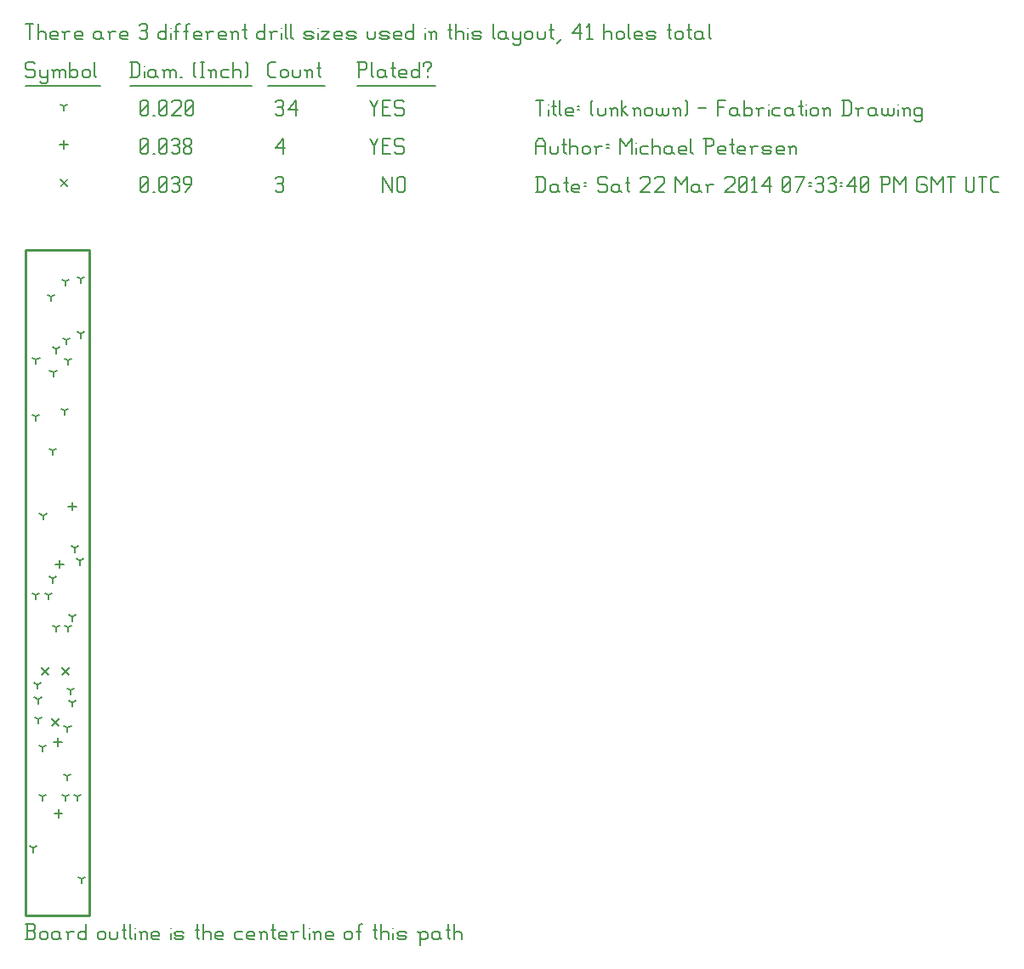
<source format=gbr>
G04 start of page 15 for group -3984 idx -3984 *
G04 Title: (unknown), fab *
G04 Creator: pcb 20110918 *
G04 CreationDate: Sat 22 Mar 2014 07:33:40 PM GMT UTC *
G04 For: railfan *
G04 Format: Gerber/RS-274X *
G04 PCB-Dimensions: 25000 261000 *
G04 PCB-Coordinate-Origin: lower left *
%MOIN*%
%FSLAX25Y25*%
%LNFAB*%
%ADD80C,0.0100*%
%ADD79C,0.0075*%
%ADD78C,0.0060*%
%ADD77C,0.0001*%
G54D77*G36*
X10421Y77408D02*X13387Y74442D01*
X12821Y73876D01*
X9855Y76842D01*
X10421Y77408D01*
G37*
G36*
X9855Y74442D02*X12821Y77408D01*
X13387Y76842D01*
X10421Y73876D01*
X9855Y74442D01*
G37*
G36*
X6421Y97408D02*X9387Y94442D01*
X8821Y93876D01*
X5855Y96842D01*
X6421Y97408D01*
G37*
G36*
X5855Y94442D02*X8821Y97408D01*
X9387Y96842D01*
X6421Y93876D01*
X5855Y94442D01*
G37*
G36*
X14421Y97408D02*X17387Y94442D01*
X16821Y93876D01*
X13855Y96842D01*
X14421Y97408D01*
G37*
G36*
X13855Y94442D02*X16821Y97408D01*
X17387Y96842D01*
X14421Y93876D01*
X13855Y94442D01*
G37*
G36*
X13800Y289016D02*X16766Y286050D01*
X16200Y285484D01*
X13234Y288450D01*
X13800Y289016D01*
G37*
G36*
X13234Y286050D02*X16200Y289016D01*
X16766Y288450D01*
X13800Y285484D01*
X13234Y286050D01*
G37*
G54D78*X140000Y289500D02*Y283500D01*
Y289500D02*X143750Y283500D01*
Y289500D02*Y283500D01*
X145550Y288750D02*Y284250D01*
Y288750D02*X146300Y289500D01*
X147800D01*
X148550Y288750D01*
Y284250D01*
X147800Y283500D02*X148550Y284250D01*
X146300Y283500D02*X147800D01*
X145550Y284250D02*X146300Y283500D01*
X98000Y288750D02*X98750Y289500D01*
X100250D01*
X101000Y288750D01*
X100250Y283500D02*X101000Y284250D01*
X98750Y283500D02*X100250D01*
X98000Y284250D02*X98750Y283500D01*
Y286800D02*X100250D01*
X101000Y288750D02*Y287550D01*
Y286050D02*Y284250D01*
Y286050D02*X100250Y286800D01*
X101000Y287550D02*X100250Y286800D01*
X45000Y284250D02*X45750Y283500D01*
X45000Y288750D02*Y284250D01*
Y288750D02*X45750Y289500D01*
X47250D01*
X48000Y288750D01*
Y284250D01*
X47250Y283500D02*X48000Y284250D01*
X45750Y283500D02*X47250D01*
X45000Y285000D02*X48000Y288000D01*
X49800Y283500D02*X50550D01*
X52350Y284250D02*X53100Y283500D01*
X52350Y288750D02*Y284250D01*
Y288750D02*X53100Y289500D01*
X54600D01*
X55350Y288750D01*
Y284250D01*
X54600Y283500D02*X55350Y284250D01*
X53100Y283500D02*X54600D01*
X52350Y285000D02*X55350Y288000D01*
X57150Y288750D02*X57900Y289500D01*
X59400D01*
X60150Y288750D01*
X59400Y283500D02*X60150Y284250D01*
X57900Y283500D02*X59400D01*
X57150Y284250D02*X57900Y283500D01*
Y286800D02*X59400D01*
X60150Y288750D02*Y287550D01*
Y286050D02*Y284250D01*
Y286050D02*X59400Y286800D01*
X60150Y287550D02*X59400Y286800D01*
X62700Y283500D02*X64950Y286500D01*
Y288750D02*Y286500D01*
X64200Y289500D02*X64950Y288750D01*
X62700Y289500D02*X64200D01*
X61950Y288750D02*X62700Y289500D01*
X61950Y288750D02*Y287250D01*
X62700Y286500D01*
X64950D01*
X18200Y162000D02*Y158800D01*
X16600Y160400D02*X19800D01*
X12700Y69500D02*Y66300D01*
X11100Y67900D02*X14300D01*
X13200Y139300D02*Y136100D01*
X11600Y137700D02*X14800D01*
X12800Y41600D02*Y38400D01*
X11200Y40000D02*X14400D01*
X15000Y303850D02*Y300650D01*
X13400Y302250D02*X16600D01*
X135000Y304500D02*X136500Y301500D01*
X138000Y304500D01*
X136500Y301500D02*Y298500D01*
X139800Y301800D02*X142050D01*
X139800Y298500D02*X142800D01*
X139800Y304500D02*Y298500D01*
Y304500D02*X142800D01*
X147600D02*X148350Y303750D01*
X145350Y304500D02*X147600D01*
X144600Y303750D02*X145350Y304500D01*
X144600Y303750D02*Y302250D01*
X145350Y301500D01*
X147600D01*
X148350Y300750D01*
Y299250D01*
X147600Y298500D02*X148350Y299250D01*
X145350Y298500D02*X147600D01*
X144600Y299250D02*X145350Y298500D01*
X98000Y300750D02*X101000Y304500D01*
X98000Y300750D02*X101750D01*
X101000Y304500D02*Y298500D01*
X45000Y299250D02*X45750Y298500D01*
X45000Y303750D02*Y299250D01*
Y303750D02*X45750Y304500D01*
X47250D01*
X48000Y303750D01*
Y299250D01*
X47250Y298500D02*X48000Y299250D01*
X45750Y298500D02*X47250D01*
X45000Y300000D02*X48000Y303000D01*
X49800Y298500D02*X50550D01*
X52350Y299250D02*X53100Y298500D01*
X52350Y303750D02*Y299250D01*
Y303750D02*X53100Y304500D01*
X54600D01*
X55350Y303750D01*
Y299250D01*
X54600Y298500D02*X55350Y299250D01*
X53100Y298500D02*X54600D01*
X52350Y300000D02*X55350Y303000D01*
X57150Y303750D02*X57900Y304500D01*
X59400D01*
X60150Y303750D01*
X59400Y298500D02*X60150Y299250D01*
X57900Y298500D02*X59400D01*
X57150Y299250D02*X57900Y298500D01*
Y301800D02*X59400D01*
X60150Y303750D02*Y302550D01*
Y301050D02*Y299250D01*
Y301050D02*X59400Y301800D01*
X60150Y302550D02*X59400Y301800D01*
X61950Y299250D02*X62700Y298500D01*
X61950Y300450D02*Y299250D01*
Y300450D02*X63000Y301500D01*
X63900D01*
X64950Y300450D01*
Y299250D01*
X64200Y298500D02*X64950Y299250D01*
X62700Y298500D02*X64200D01*
X61950Y302550D02*X63000Y301500D01*
X61950Y303750D02*Y302550D01*
Y303750D02*X62700Y304500D01*
X64200D01*
X64950Y303750D01*
Y302550D01*
X63900Y301500D02*X64950Y302550D01*
X4100Y217800D02*Y216200D01*
Y217800D02*X5487Y218600D01*
X4100Y217800D02*X2713Y218600D01*
X10800Y212800D02*Y211200D01*
Y212800D02*X12187Y213600D01*
X10800Y212800D02*X9413Y213600D01*
X4000Y195600D02*Y194000D01*
Y195600D02*X5387Y196400D01*
X4000Y195600D02*X2613Y196400D01*
X15300Y197800D02*Y196200D01*
Y197800D02*X16687Y198600D01*
X15300Y197800D02*X13913Y198600D01*
X16600Y217500D02*Y215900D01*
Y217500D02*X17987Y218300D01*
X16600Y217500D02*X15213Y218300D01*
X10700Y182100D02*Y180500D01*
Y182100D02*X12087Y182900D01*
X10700Y182100D02*X9313Y182900D01*
X6800Y156700D02*Y155100D01*
Y156700D02*X8187Y157500D01*
X6800Y156700D02*X5413Y157500D01*
X17621Y88242D02*Y86642D01*
Y88242D02*X19008Y89042D01*
X17621Y88242D02*X16234Y89042D01*
X4821Y84642D02*Y83042D01*
Y84642D02*X6208Y85442D01*
X4821Y84642D02*X3434Y85442D01*
X4921Y76842D02*Y75242D01*
Y76842D02*X6308Y77642D01*
X4921Y76842D02*X3534Y77642D01*
X4621Y90342D02*Y88742D01*
Y90342D02*X6008Y91142D01*
X4621Y90342D02*X3234Y91142D01*
X11921Y112842D02*Y111242D01*
Y112842D02*X13308Y113642D01*
X11921Y112842D02*X10534Y113642D01*
X9000Y125500D02*Y123900D01*
Y125500D02*X10387Y126300D01*
X9000Y125500D02*X7613Y126300D01*
X6500Y65900D02*Y64300D01*
Y65900D02*X7887Y66700D01*
X6500Y65900D02*X5113Y66700D01*
X20200Y46500D02*Y44900D01*
Y46500D02*X21587Y47300D01*
X20200Y46500D02*X18813Y47300D01*
X18300Y83400D02*Y81800D01*
Y83400D02*X19687Y84200D01*
X18300Y83400D02*X16913Y84200D01*
X16400Y73600D02*Y72000D01*
Y73600D02*X17787Y74400D01*
X16400Y73600D02*X15013Y74400D01*
X16245Y54402D02*Y52802D01*
Y54402D02*X17632Y55202D01*
X16245Y54402D02*X14858Y55202D01*
X6500Y46600D02*Y45000D01*
Y46600D02*X7887Y47400D01*
X6500Y46600D02*X5113Y47400D01*
X2900Y26300D02*Y24700D01*
Y26300D02*X4287Y27100D01*
X2900Y26300D02*X1513Y27100D01*
X15700Y46600D02*Y45000D01*
Y46600D02*X17087Y47400D01*
X15700Y46600D02*X14313Y47400D01*
X22000Y14100D02*Y12500D01*
Y14100D02*X23387Y14900D01*
X22000Y14100D02*X20613Y14900D01*
X10600Y132000D02*Y130400D01*
Y132000D02*X11987Y132800D01*
X10600Y132000D02*X9213Y132800D01*
X19300Y144000D02*Y142400D01*
Y144000D02*X20687Y144800D01*
X19300Y144000D02*X17913Y144800D01*
X21300Y139000D02*Y137400D01*
Y139000D02*X22687Y139800D01*
X21300Y139000D02*X19913Y139800D01*
X16521Y112842D02*Y111242D01*
Y112842D02*X17908Y113642D01*
X16521Y112842D02*X15134Y113642D01*
X18300Y117000D02*Y115400D01*
Y117000D02*X19687Y117800D01*
X18300Y117000D02*X16913Y117800D01*
X10000Y242500D02*Y240900D01*
Y242500D02*X11387Y243300D01*
X10000Y242500D02*X8613Y243300D01*
X15500Y248500D02*Y246900D01*
Y248500D02*X16887Y249300D01*
X15500Y248500D02*X14113Y249300D01*
X21500Y249500D02*Y247900D01*
Y249500D02*X22887Y250300D01*
X21500Y249500D02*X20113Y250300D01*
X4000Y125500D02*Y123900D01*
Y125500D02*X5387Y126300D01*
X4000Y125500D02*X2613Y126300D01*
X12000Y222000D02*Y220400D01*
Y222000D02*X13387Y222800D01*
X12000Y222000D02*X10613Y222800D01*
X16000Y225500D02*Y223900D01*
Y225500D02*X17387Y226300D01*
X16000Y225500D02*X14613Y226300D01*
X21500Y228000D02*Y226400D01*
Y228000D02*X22887Y228800D01*
X21500Y228000D02*X20113Y228800D01*
X15000Y317250D02*Y315650D01*
Y317250D02*X16387Y318050D01*
X15000Y317250D02*X13613Y318050D01*
X135000Y319500D02*X136500Y316500D01*
X138000Y319500D01*
X136500Y316500D02*Y313500D01*
X139800Y316800D02*X142050D01*
X139800Y313500D02*X142800D01*
X139800Y319500D02*Y313500D01*
Y319500D02*X142800D01*
X147600D02*X148350Y318750D01*
X145350Y319500D02*X147600D01*
X144600Y318750D02*X145350Y319500D01*
X144600Y318750D02*Y317250D01*
X145350Y316500D01*
X147600D01*
X148350Y315750D01*
Y314250D01*
X147600Y313500D02*X148350Y314250D01*
X145350Y313500D02*X147600D01*
X144600Y314250D02*X145350Y313500D01*
X98000Y318750D02*X98750Y319500D01*
X100250D01*
X101000Y318750D01*
X100250Y313500D02*X101000Y314250D01*
X98750Y313500D02*X100250D01*
X98000Y314250D02*X98750Y313500D01*
Y316800D02*X100250D01*
X101000Y318750D02*Y317550D01*
Y316050D02*Y314250D01*
Y316050D02*X100250Y316800D01*
X101000Y317550D02*X100250Y316800D01*
X102800Y315750D02*X105800Y319500D01*
X102800Y315750D02*X106550D01*
X105800Y319500D02*Y313500D01*
X45000Y314250D02*X45750Y313500D01*
X45000Y318750D02*Y314250D01*
Y318750D02*X45750Y319500D01*
X47250D01*
X48000Y318750D01*
Y314250D01*
X47250Y313500D02*X48000Y314250D01*
X45750Y313500D02*X47250D01*
X45000Y315000D02*X48000Y318000D01*
X49800Y313500D02*X50550D01*
X52350Y314250D02*X53100Y313500D01*
X52350Y318750D02*Y314250D01*
Y318750D02*X53100Y319500D01*
X54600D01*
X55350Y318750D01*
Y314250D01*
X54600Y313500D02*X55350Y314250D01*
X53100Y313500D02*X54600D01*
X52350Y315000D02*X55350Y318000D01*
X57150Y318750D02*X57900Y319500D01*
X60150D01*
X60900Y318750D01*
Y317250D01*
X57150Y313500D02*X60900Y317250D01*
X57150Y313500D02*X60900D01*
X62700Y314250D02*X63450Y313500D01*
X62700Y318750D02*Y314250D01*
Y318750D02*X63450Y319500D01*
X64950D01*
X65700Y318750D01*
Y314250D01*
X64950Y313500D02*X65700Y314250D01*
X63450Y313500D02*X64950D01*
X62700Y315000D02*X65700Y318000D01*
X3000Y334500D02*X3750Y333750D01*
X750Y334500D02*X3000D01*
X0Y333750D02*X750Y334500D01*
X0Y333750D02*Y332250D01*
X750Y331500D01*
X3000D01*
X3750Y330750D01*
Y329250D01*
X3000Y328500D02*X3750Y329250D01*
X750Y328500D02*X3000D01*
X0Y329250D02*X750Y328500D01*
X5550Y331500D02*Y329250D01*
X6300Y328500D01*
X8550Y331500D02*Y327000D01*
X7800Y326250D02*X8550Y327000D01*
X6300Y326250D02*X7800D01*
X5550Y327000D02*X6300Y326250D01*
Y328500D02*X7800D01*
X8550Y329250D01*
X11100Y330750D02*Y328500D01*
Y330750D02*X11850Y331500D01*
X12600D01*
X13350Y330750D01*
Y328500D01*
Y330750D02*X14100Y331500D01*
X14850D01*
X15600Y330750D01*
Y328500D01*
X10350Y331500D02*X11100Y330750D01*
X17400Y334500D02*Y328500D01*
Y329250D02*X18150Y328500D01*
X19650D01*
X20400Y329250D01*
Y330750D02*Y329250D01*
X19650Y331500D02*X20400Y330750D01*
X18150Y331500D02*X19650D01*
X17400Y330750D02*X18150Y331500D01*
X22200Y330750D02*Y329250D01*
Y330750D02*X22950Y331500D01*
X24450D01*
X25200Y330750D01*
Y329250D01*
X24450Y328500D02*X25200Y329250D01*
X22950Y328500D02*X24450D01*
X22200Y329250D02*X22950Y328500D01*
X27000Y334500D02*Y329250D01*
X27750Y328500D01*
X0Y325250D02*X29250D01*
X41750Y334500D02*Y328500D01*
X43700Y334500D02*X44750Y333450D01*
Y329550D01*
X43700Y328500D02*X44750Y329550D01*
X41000Y328500D02*X43700D01*
X41000Y334500D02*X43700D01*
G54D79*X46550Y333000D02*Y332850D01*
G54D78*Y330750D02*Y328500D01*
X50300Y331500D02*X51050Y330750D01*
X48800Y331500D02*X50300D01*
X48050Y330750D02*X48800Y331500D01*
X48050Y330750D02*Y329250D01*
X48800Y328500D01*
X51050Y331500D02*Y329250D01*
X51800Y328500D01*
X48800D02*X50300D01*
X51050Y329250D01*
X54350Y330750D02*Y328500D01*
Y330750D02*X55100Y331500D01*
X55850D01*
X56600Y330750D01*
Y328500D01*
Y330750D02*X57350Y331500D01*
X58100D01*
X58850Y330750D01*
Y328500D01*
X53600Y331500D02*X54350Y330750D01*
X60650Y328500D02*X61400D01*
X65900Y329250D02*X66650Y328500D01*
X65900Y333750D02*X66650Y334500D01*
X65900Y333750D02*Y329250D01*
X68450Y334500D02*X69950D01*
X69200D02*Y328500D01*
X68450D02*X69950D01*
X72500Y330750D02*Y328500D01*
Y330750D02*X73250Y331500D01*
X74000D01*
X74750Y330750D01*
Y328500D01*
X71750Y331500D02*X72500Y330750D01*
X77300Y331500D02*X79550D01*
X76550Y330750D02*X77300Y331500D01*
X76550Y330750D02*Y329250D01*
X77300Y328500D01*
X79550D01*
X81350Y334500D02*Y328500D01*
Y330750D02*X82100Y331500D01*
X83600D01*
X84350Y330750D01*
Y328500D01*
X86150Y334500D02*X86900Y333750D01*
Y329250D01*
X86150Y328500D02*X86900Y329250D01*
X41000Y325250D02*X88700D01*
X96050Y328500D02*X98000D01*
X95000Y329550D02*X96050Y328500D01*
X95000Y333450D02*Y329550D01*
Y333450D02*X96050Y334500D01*
X98000D01*
X99800Y330750D02*Y329250D01*
Y330750D02*X100550Y331500D01*
X102050D01*
X102800Y330750D01*
Y329250D01*
X102050Y328500D02*X102800Y329250D01*
X100550Y328500D02*X102050D01*
X99800Y329250D02*X100550Y328500D01*
X104600Y331500D02*Y329250D01*
X105350Y328500D01*
X106850D01*
X107600Y329250D01*
Y331500D02*Y329250D01*
X110150Y330750D02*Y328500D01*
Y330750D02*X110900Y331500D01*
X111650D01*
X112400Y330750D01*
Y328500D01*
X109400Y331500D02*X110150Y330750D01*
X114950Y334500D02*Y329250D01*
X115700Y328500D01*
X114200Y332250D02*X115700D01*
X95000Y325250D02*X117200D01*
X130750Y334500D02*Y328500D01*
X130000Y334500D02*X133000D01*
X133750Y333750D01*
Y332250D01*
X133000Y331500D02*X133750Y332250D01*
X130750Y331500D02*X133000D01*
X135550Y334500D02*Y329250D01*
X136300Y328500D01*
X140050Y331500D02*X140800Y330750D01*
X138550Y331500D02*X140050D01*
X137800Y330750D02*X138550Y331500D01*
X137800Y330750D02*Y329250D01*
X138550Y328500D01*
X140800Y331500D02*Y329250D01*
X141550Y328500D01*
X138550D02*X140050D01*
X140800Y329250D01*
X144100Y334500D02*Y329250D01*
X144850Y328500D01*
X143350Y332250D02*X144850D01*
X147100Y328500D02*X149350D01*
X146350Y329250D02*X147100Y328500D01*
X146350Y330750D02*Y329250D01*
Y330750D02*X147100Y331500D01*
X148600D01*
X149350Y330750D01*
X146350Y330000D02*X149350D01*
Y330750D02*Y330000D01*
X154150Y334500D02*Y328500D01*
X153400D02*X154150Y329250D01*
X151900Y328500D02*X153400D01*
X151150Y329250D02*X151900Y328500D01*
X151150Y330750D02*Y329250D01*
Y330750D02*X151900Y331500D01*
X153400D01*
X154150Y330750D01*
X157450Y331500D02*Y330750D01*
Y329250D02*Y328500D01*
X155950Y333750D02*Y333000D01*
Y333750D02*X156700Y334500D01*
X158200D01*
X158950Y333750D01*
Y333000D01*
X157450Y331500D02*X158950Y333000D01*
X130000Y325250D02*X160750D01*
X0Y349500D02*X3000D01*
X1500D02*Y343500D01*
X4800Y349500D02*Y343500D01*
Y345750D02*X5550Y346500D01*
X7050D01*
X7800Y345750D01*
Y343500D01*
X10350D02*X12600D01*
X9600Y344250D02*X10350Y343500D01*
X9600Y345750D02*Y344250D01*
Y345750D02*X10350Y346500D01*
X11850D01*
X12600Y345750D01*
X9600Y345000D02*X12600D01*
Y345750D02*Y345000D01*
X15150Y345750D02*Y343500D01*
Y345750D02*X15900Y346500D01*
X17400D01*
X14400D02*X15150Y345750D01*
X19950Y343500D02*X22200D01*
X19200Y344250D02*X19950Y343500D01*
X19200Y345750D02*Y344250D01*
Y345750D02*X19950Y346500D01*
X21450D01*
X22200Y345750D01*
X19200Y345000D02*X22200D01*
Y345750D02*Y345000D01*
X28950Y346500D02*X29700Y345750D01*
X27450Y346500D02*X28950D01*
X26700Y345750D02*X27450Y346500D01*
X26700Y345750D02*Y344250D01*
X27450Y343500D01*
X29700Y346500D02*Y344250D01*
X30450Y343500D01*
X27450D02*X28950D01*
X29700Y344250D01*
X33000Y345750D02*Y343500D01*
Y345750D02*X33750Y346500D01*
X35250D01*
X32250D02*X33000Y345750D01*
X37800Y343500D02*X40050D01*
X37050Y344250D02*X37800Y343500D01*
X37050Y345750D02*Y344250D01*
Y345750D02*X37800Y346500D01*
X39300D01*
X40050Y345750D01*
X37050Y345000D02*X40050D01*
Y345750D02*Y345000D01*
X44550Y348750D02*X45300Y349500D01*
X46800D01*
X47550Y348750D01*
X46800Y343500D02*X47550Y344250D01*
X45300Y343500D02*X46800D01*
X44550Y344250D02*X45300Y343500D01*
Y346800D02*X46800D01*
X47550Y348750D02*Y347550D01*
Y346050D02*Y344250D01*
Y346050D02*X46800Y346800D01*
X47550Y347550D02*X46800Y346800D01*
X55050Y349500D02*Y343500D01*
X54300D02*X55050Y344250D01*
X52800Y343500D02*X54300D01*
X52050Y344250D02*X52800Y343500D01*
X52050Y345750D02*Y344250D01*
Y345750D02*X52800Y346500D01*
X54300D01*
X55050Y345750D01*
G54D79*X56850Y348000D02*Y347850D01*
G54D78*Y345750D02*Y343500D01*
X59100Y348750D02*Y343500D01*
Y348750D02*X59850Y349500D01*
X60600D01*
X58350Y346500D02*X59850D01*
X62850Y348750D02*Y343500D01*
Y348750D02*X63600Y349500D01*
X64350D01*
X62100Y346500D02*X63600D01*
X66600Y343500D02*X68850D01*
X65850Y344250D02*X66600Y343500D01*
X65850Y345750D02*Y344250D01*
Y345750D02*X66600Y346500D01*
X68100D01*
X68850Y345750D01*
X65850Y345000D02*X68850D01*
Y345750D02*Y345000D01*
X71400Y345750D02*Y343500D01*
Y345750D02*X72150Y346500D01*
X73650D01*
X70650D02*X71400Y345750D01*
X76200Y343500D02*X78450D01*
X75450Y344250D02*X76200Y343500D01*
X75450Y345750D02*Y344250D01*
Y345750D02*X76200Y346500D01*
X77700D01*
X78450Y345750D01*
X75450Y345000D02*X78450D01*
Y345750D02*Y345000D01*
X81000Y345750D02*Y343500D01*
Y345750D02*X81750Y346500D01*
X82500D01*
X83250Y345750D01*
Y343500D01*
X80250Y346500D02*X81000Y345750D01*
X85800Y349500D02*Y344250D01*
X86550Y343500D01*
X85050Y347250D02*X86550D01*
X93750Y349500D02*Y343500D01*
X93000D02*X93750Y344250D01*
X91500Y343500D02*X93000D01*
X90750Y344250D02*X91500Y343500D01*
X90750Y345750D02*Y344250D01*
Y345750D02*X91500Y346500D01*
X93000D01*
X93750Y345750D01*
X96300D02*Y343500D01*
Y345750D02*X97050Y346500D01*
X98550D01*
X95550D02*X96300Y345750D01*
G54D79*X100350Y348000D02*Y347850D01*
G54D78*Y345750D02*Y343500D01*
X101850Y349500D02*Y344250D01*
X102600Y343500D01*
X104100Y349500D02*Y344250D01*
X104850Y343500D01*
X109800D02*X112050D01*
X112800Y344250D01*
X112050Y345000D02*X112800Y344250D01*
X109800Y345000D02*X112050D01*
X109050Y345750D02*X109800Y345000D01*
X109050Y345750D02*X109800Y346500D01*
X112050D01*
X112800Y345750D01*
X109050Y344250D02*X109800Y343500D01*
G54D79*X114600Y348000D02*Y347850D01*
G54D78*Y345750D02*Y343500D01*
X116100Y346500D02*X119100D01*
X116100Y343500D02*X119100Y346500D01*
X116100Y343500D02*X119100D01*
X121650D02*X123900D01*
X120900Y344250D02*X121650Y343500D01*
X120900Y345750D02*Y344250D01*
Y345750D02*X121650Y346500D01*
X123150D01*
X123900Y345750D01*
X120900Y345000D02*X123900D01*
Y345750D02*Y345000D01*
X126450Y343500D02*X128700D01*
X129450Y344250D01*
X128700Y345000D02*X129450Y344250D01*
X126450Y345000D02*X128700D01*
X125700Y345750D02*X126450Y345000D01*
X125700Y345750D02*X126450Y346500D01*
X128700D01*
X129450Y345750D01*
X125700Y344250D02*X126450Y343500D01*
X133950Y346500D02*Y344250D01*
X134700Y343500D01*
X136200D01*
X136950Y344250D01*
Y346500D02*Y344250D01*
X139500Y343500D02*X141750D01*
X142500Y344250D01*
X141750Y345000D02*X142500Y344250D01*
X139500Y345000D02*X141750D01*
X138750Y345750D02*X139500Y345000D01*
X138750Y345750D02*X139500Y346500D01*
X141750D01*
X142500Y345750D01*
X138750Y344250D02*X139500Y343500D01*
X145050D02*X147300D01*
X144300Y344250D02*X145050Y343500D01*
X144300Y345750D02*Y344250D01*
Y345750D02*X145050Y346500D01*
X146550D01*
X147300Y345750D01*
X144300Y345000D02*X147300D01*
Y345750D02*Y345000D01*
X152100Y349500D02*Y343500D01*
X151350D02*X152100Y344250D01*
X149850Y343500D02*X151350D01*
X149100Y344250D02*X149850Y343500D01*
X149100Y345750D02*Y344250D01*
Y345750D02*X149850Y346500D01*
X151350D01*
X152100Y345750D01*
G54D79*X156600Y348000D02*Y347850D01*
G54D78*Y345750D02*Y343500D01*
X158850Y345750D02*Y343500D01*
Y345750D02*X159600Y346500D01*
X160350D01*
X161100Y345750D01*
Y343500D01*
X158100Y346500D02*X158850Y345750D01*
X166350Y349500D02*Y344250D01*
X167100Y343500D01*
X165600Y347250D02*X167100D01*
X168600Y349500D02*Y343500D01*
Y345750D02*X169350Y346500D01*
X170850D01*
X171600Y345750D01*
Y343500D01*
G54D79*X173400Y348000D02*Y347850D01*
G54D78*Y345750D02*Y343500D01*
X175650D02*X177900D01*
X178650Y344250D01*
X177900Y345000D02*X178650Y344250D01*
X175650Y345000D02*X177900D01*
X174900Y345750D02*X175650Y345000D01*
X174900Y345750D02*X175650Y346500D01*
X177900D01*
X178650Y345750D01*
X174900Y344250D02*X175650Y343500D01*
X183150Y349500D02*Y344250D01*
X183900Y343500D01*
X187650Y346500D02*X188400Y345750D01*
X186150Y346500D02*X187650D01*
X185400Y345750D02*X186150Y346500D01*
X185400Y345750D02*Y344250D01*
X186150Y343500D01*
X188400Y346500D02*Y344250D01*
X189150Y343500D01*
X186150D02*X187650D01*
X188400Y344250D01*
X190950Y346500D02*Y344250D01*
X191700Y343500D01*
X193950Y346500D02*Y342000D01*
X193200Y341250D02*X193950Y342000D01*
X191700Y341250D02*X193200D01*
X190950Y342000D02*X191700Y341250D01*
Y343500D02*X193200D01*
X193950Y344250D01*
X195750Y345750D02*Y344250D01*
Y345750D02*X196500Y346500D01*
X198000D01*
X198750Y345750D01*
Y344250D01*
X198000Y343500D02*X198750Y344250D01*
X196500Y343500D02*X198000D01*
X195750Y344250D02*X196500Y343500D01*
X200550Y346500D02*Y344250D01*
X201300Y343500D01*
X202800D01*
X203550Y344250D01*
Y346500D02*Y344250D01*
X206100Y349500D02*Y344250D01*
X206850Y343500D01*
X205350Y347250D02*X206850D01*
X208350Y342000D02*X209850Y343500D01*
X214350Y345750D02*X217350Y349500D01*
X214350Y345750D02*X218100D01*
X217350Y349500D02*Y343500D01*
X219900Y348300D02*X221100Y349500D01*
Y343500D01*
X219900D02*X222150D01*
X226650Y349500D02*Y343500D01*
Y345750D02*X227400Y346500D01*
X228900D01*
X229650Y345750D01*
Y343500D01*
X231450Y345750D02*Y344250D01*
Y345750D02*X232200Y346500D01*
X233700D01*
X234450Y345750D01*
Y344250D01*
X233700Y343500D02*X234450Y344250D01*
X232200Y343500D02*X233700D01*
X231450Y344250D02*X232200Y343500D01*
X236250Y349500D02*Y344250D01*
X237000Y343500D01*
X239250D02*X241500D01*
X238500Y344250D02*X239250Y343500D01*
X238500Y345750D02*Y344250D01*
Y345750D02*X239250Y346500D01*
X240750D01*
X241500Y345750D01*
X238500Y345000D02*X241500D01*
Y345750D02*Y345000D01*
X244050Y343500D02*X246300D01*
X247050Y344250D01*
X246300Y345000D02*X247050Y344250D01*
X244050Y345000D02*X246300D01*
X243300Y345750D02*X244050Y345000D01*
X243300Y345750D02*X244050Y346500D01*
X246300D01*
X247050Y345750D01*
X243300Y344250D02*X244050Y343500D01*
X252300Y349500D02*Y344250D01*
X253050Y343500D01*
X251550Y347250D02*X253050D01*
X254550Y345750D02*Y344250D01*
Y345750D02*X255300Y346500D01*
X256800D01*
X257550Y345750D01*
Y344250D01*
X256800Y343500D02*X257550Y344250D01*
X255300Y343500D02*X256800D01*
X254550Y344250D02*X255300Y343500D01*
X260100Y349500D02*Y344250D01*
X260850Y343500D01*
X259350Y347250D02*X260850D01*
X264600Y346500D02*X265350Y345750D01*
X263100Y346500D02*X264600D01*
X262350Y345750D02*X263100Y346500D01*
X262350Y345750D02*Y344250D01*
X263100Y343500D01*
X265350Y346500D02*Y344250D01*
X266100Y343500D01*
X263100D02*X264600D01*
X265350Y344250D01*
X267900Y349500D02*Y344250D01*
X268650Y343500D01*
G54D80*X0Y261000D02*X25000D01*
Y0D01*
X0D01*
Y261000D02*Y0D01*
G54D78*Y-9500D02*X3000D01*
X3750Y-8750D01*
Y-6950D02*Y-8750D01*
X3000Y-6200D02*X3750Y-6950D01*
X750Y-6200D02*X3000D01*
X750Y-3500D02*Y-9500D01*
X0Y-3500D02*X3000D01*
X3750Y-4250D01*
Y-5450D01*
X3000Y-6200D02*X3750Y-5450D01*
X5550Y-7250D02*Y-8750D01*
Y-7250D02*X6300Y-6500D01*
X7800D01*
X8550Y-7250D01*
Y-8750D01*
X7800Y-9500D02*X8550Y-8750D01*
X6300Y-9500D02*X7800D01*
X5550Y-8750D02*X6300Y-9500D01*
X12600Y-6500D02*X13350Y-7250D01*
X11100Y-6500D02*X12600D01*
X10350Y-7250D02*X11100Y-6500D01*
X10350Y-7250D02*Y-8750D01*
X11100Y-9500D01*
X13350Y-6500D02*Y-8750D01*
X14100Y-9500D01*
X11100D02*X12600D01*
X13350Y-8750D01*
X16650Y-7250D02*Y-9500D01*
Y-7250D02*X17400Y-6500D01*
X18900D01*
X15900D02*X16650Y-7250D01*
X23700Y-3500D02*Y-9500D01*
X22950D02*X23700Y-8750D01*
X21450Y-9500D02*X22950D01*
X20700Y-8750D02*X21450Y-9500D01*
X20700Y-7250D02*Y-8750D01*
Y-7250D02*X21450Y-6500D01*
X22950D01*
X23700Y-7250D01*
X28200D02*Y-8750D01*
Y-7250D02*X28950Y-6500D01*
X30450D01*
X31200Y-7250D01*
Y-8750D01*
X30450Y-9500D02*X31200Y-8750D01*
X28950Y-9500D02*X30450D01*
X28200Y-8750D02*X28950Y-9500D01*
X33000Y-6500D02*Y-8750D01*
X33750Y-9500D01*
X35250D01*
X36000Y-8750D01*
Y-6500D02*Y-8750D01*
X38550Y-3500D02*Y-8750D01*
X39300Y-9500D01*
X37800Y-5750D02*X39300D01*
X40800Y-3500D02*Y-8750D01*
X41550Y-9500D01*
G54D79*X43050Y-5000D02*Y-5150D01*
G54D78*Y-7250D02*Y-9500D01*
X45300Y-7250D02*Y-9500D01*
Y-7250D02*X46050Y-6500D01*
X46800D01*
X47550Y-7250D01*
Y-9500D01*
X44550Y-6500D02*X45300Y-7250D01*
X50100Y-9500D02*X52350D01*
X49350Y-8750D02*X50100Y-9500D01*
X49350Y-7250D02*Y-8750D01*
Y-7250D02*X50100Y-6500D01*
X51600D01*
X52350Y-7250D01*
X49350Y-8000D02*X52350D01*
Y-7250D02*Y-8000D01*
G54D79*X56850Y-5000D02*Y-5150D01*
G54D78*Y-7250D02*Y-9500D01*
X59100D02*X61350D01*
X62100Y-8750D01*
X61350Y-8000D02*X62100Y-8750D01*
X59100Y-8000D02*X61350D01*
X58350Y-7250D02*X59100Y-8000D01*
X58350Y-7250D02*X59100Y-6500D01*
X61350D01*
X62100Y-7250D01*
X58350Y-8750D02*X59100Y-9500D01*
X67350Y-3500D02*Y-8750D01*
X68100Y-9500D01*
X66600Y-5750D02*X68100D01*
X69600Y-3500D02*Y-9500D01*
Y-7250D02*X70350Y-6500D01*
X71850D01*
X72600Y-7250D01*
Y-9500D01*
X75150D02*X77400D01*
X74400Y-8750D02*X75150Y-9500D01*
X74400Y-7250D02*Y-8750D01*
Y-7250D02*X75150Y-6500D01*
X76650D01*
X77400Y-7250D01*
X74400Y-8000D02*X77400D01*
Y-7250D02*Y-8000D01*
X82650Y-6500D02*X84900D01*
X81900Y-7250D02*X82650Y-6500D01*
X81900Y-7250D02*Y-8750D01*
X82650Y-9500D01*
X84900D01*
X87450D02*X89700D01*
X86700Y-8750D02*X87450Y-9500D01*
X86700Y-7250D02*Y-8750D01*
Y-7250D02*X87450Y-6500D01*
X88950D01*
X89700Y-7250D01*
X86700Y-8000D02*X89700D01*
Y-7250D02*Y-8000D01*
X92250Y-7250D02*Y-9500D01*
Y-7250D02*X93000Y-6500D01*
X93750D01*
X94500Y-7250D01*
Y-9500D01*
X91500Y-6500D02*X92250Y-7250D01*
X97050Y-3500D02*Y-8750D01*
X97800Y-9500D01*
X96300Y-5750D02*X97800D01*
X100050Y-9500D02*X102300D01*
X99300Y-8750D02*X100050Y-9500D01*
X99300Y-7250D02*Y-8750D01*
Y-7250D02*X100050Y-6500D01*
X101550D01*
X102300Y-7250D01*
X99300Y-8000D02*X102300D01*
Y-7250D02*Y-8000D01*
X104850Y-7250D02*Y-9500D01*
Y-7250D02*X105600Y-6500D01*
X107100D01*
X104100D02*X104850Y-7250D01*
X108900Y-3500D02*Y-8750D01*
X109650Y-9500D01*
G54D79*X111150Y-5000D02*Y-5150D01*
G54D78*Y-7250D02*Y-9500D01*
X113400Y-7250D02*Y-9500D01*
Y-7250D02*X114150Y-6500D01*
X114900D01*
X115650Y-7250D01*
Y-9500D01*
X112650Y-6500D02*X113400Y-7250D01*
X118200Y-9500D02*X120450D01*
X117450Y-8750D02*X118200Y-9500D01*
X117450Y-7250D02*Y-8750D01*
Y-7250D02*X118200Y-6500D01*
X119700D01*
X120450Y-7250D01*
X117450Y-8000D02*X120450D01*
Y-7250D02*Y-8000D01*
X124950Y-7250D02*Y-8750D01*
Y-7250D02*X125700Y-6500D01*
X127200D01*
X127950Y-7250D01*
Y-8750D01*
X127200Y-9500D02*X127950Y-8750D01*
X125700Y-9500D02*X127200D01*
X124950Y-8750D02*X125700Y-9500D01*
X130500Y-4250D02*Y-9500D01*
Y-4250D02*X131250Y-3500D01*
X132000D01*
X129750Y-6500D02*X131250D01*
X136950Y-3500D02*Y-8750D01*
X137700Y-9500D01*
X136200Y-5750D02*X137700D01*
X139200Y-3500D02*Y-9500D01*
Y-7250D02*X139950Y-6500D01*
X141450D01*
X142200Y-7250D01*
Y-9500D01*
G54D79*X144000Y-5000D02*Y-5150D01*
G54D78*Y-7250D02*Y-9500D01*
X146250D02*X148500D01*
X149250Y-8750D01*
X148500Y-8000D02*X149250Y-8750D01*
X146250Y-8000D02*X148500D01*
X145500Y-7250D02*X146250Y-8000D01*
X145500Y-7250D02*X146250Y-6500D01*
X148500D01*
X149250Y-7250D01*
X145500Y-8750D02*X146250Y-9500D01*
X154500Y-7250D02*Y-11750D01*
X153750Y-6500D02*X154500Y-7250D01*
X155250Y-6500D01*
X156750D01*
X157500Y-7250D01*
Y-8750D01*
X156750Y-9500D02*X157500Y-8750D01*
X155250Y-9500D02*X156750D01*
X154500Y-8750D02*X155250Y-9500D01*
X161550Y-6500D02*X162300Y-7250D01*
X160050Y-6500D02*X161550D01*
X159300Y-7250D02*X160050Y-6500D01*
X159300Y-7250D02*Y-8750D01*
X160050Y-9500D01*
X162300Y-6500D02*Y-8750D01*
X163050Y-9500D01*
X160050D02*X161550D01*
X162300Y-8750D01*
X165600Y-3500D02*Y-8750D01*
X166350Y-9500D01*
X164850Y-5750D02*X166350D01*
X167850Y-3500D02*Y-9500D01*
Y-7250D02*X168600Y-6500D01*
X170100D01*
X170850Y-7250D01*
Y-9500D01*
X200750Y289500D02*Y283500D01*
X202700Y289500D02*X203750Y288450D01*
Y284550D01*
X202700Y283500D02*X203750Y284550D01*
X200000Y283500D02*X202700D01*
X200000Y289500D02*X202700D01*
X207800Y286500D02*X208550Y285750D01*
X206300Y286500D02*X207800D01*
X205550Y285750D02*X206300Y286500D01*
X205550Y285750D02*Y284250D01*
X206300Y283500D01*
X208550Y286500D02*Y284250D01*
X209300Y283500D01*
X206300D02*X207800D01*
X208550Y284250D01*
X211850Y289500D02*Y284250D01*
X212600Y283500D01*
X211100Y287250D02*X212600D01*
X214850Y283500D02*X217100D01*
X214100Y284250D02*X214850Y283500D01*
X214100Y285750D02*Y284250D01*
Y285750D02*X214850Y286500D01*
X216350D01*
X217100Y285750D01*
X214100Y285000D02*X217100D01*
Y285750D02*Y285000D01*
X218900Y287250D02*X219650D01*
X218900Y285750D02*X219650D01*
X227150Y289500D02*X227900Y288750D01*
X224900Y289500D02*X227150D01*
X224150Y288750D02*X224900Y289500D01*
X224150Y288750D02*Y287250D01*
X224900Y286500D01*
X227150D01*
X227900Y285750D01*
Y284250D01*
X227150Y283500D02*X227900Y284250D01*
X224900Y283500D02*X227150D01*
X224150Y284250D02*X224900Y283500D01*
X231950Y286500D02*X232700Y285750D01*
X230450Y286500D02*X231950D01*
X229700Y285750D02*X230450Y286500D01*
X229700Y285750D02*Y284250D01*
X230450Y283500D01*
X232700Y286500D02*Y284250D01*
X233450Y283500D01*
X230450D02*X231950D01*
X232700Y284250D01*
X236000Y289500D02*Y284250D01*
X236750Y283500D01*
X235250Y287250D02*X236750D01*
X240950Y288750D02*X241700Y289500D01*
X243950D01*
X244700Y288750D01*
Y287250D01*
X240950Y283500D02*X244700Y287250D01*
X240950Y283500D02*X244700D01*
X246500Y288750D02*X247250Y289500D01*
X249500D01*
X250250Y288750D01*
Y287250D01*
X246500Y283500D02*X250250Y287250D01*
X246500Y283500D02*X250250D01*
X254750Y289500D02*Y283500D01*
Y289500D02*X257000Y286500D01*
X259250Y289500D01*
Y283500D01*
X263300Y286500D02*X264050Y285750D01*
X261800Y286500D02*X263300D01*
X261050Y285750D02*X261800Y286500D01*
X261050Y285750D02*Y284250D01*
X261800Y283500D01*
X264050Y286500D02*Y284250D01*
X264800Y283500D01*
X261800D02*X263300D01*
X264050Y284250D01*
X267350Y285750D02*Y283500D01*
Y285750D02*X268100Y286500D01*
X269600D01*
X266600D02*X267350Y285750D01*
X274100Y288750D02*X274850Y289500D01*
X277100D01*
X277850Y288750D01*
Y287250D01*
X274100Y283500D02*X277850Y287250D01*
X274100Y283500D02*X277850D01*
X279650Y284250D02*X280400Y283500D01*
X279650Y288750D02*Y284250D01*
Y288750D02*X280400Y289500D01*
X281900D01*
X282650Y288750D01*
Y284250D01*
X281900Y283500D02*X282650Y284250D01*
X280400Y283500D02*X281900D01*
X279650Y285000D02*X282650Y288000D01*
X284450Y288300D02*X285650Y289500D01*
Y283500D01*
X284450D02*X286700D01*
X288500Y285750D02*X291500Y289500D01*
X288500Y285750D02*X292250D01*
X291500Y289500D02*Y283500D01*
X296750Y284250D02*X297500Y283500D01*
X296750Y288750D02*Y284250D01*
Y288750D02*X297500Y289500D01*
X299000D01*
X299750Y288750D01*
Y284250D01*
X299000Y283500D02*X299750Y284250D01*
X297500Y283500D02*X299000D01*
X296750Y285000D02*X299750Y288000D01*
X302300Y283500D02*X305300Y289500D01*
X301550D02*X305300D01*
X307100Y287250D02*X307850D01*
X307100Y285750D02*X307850D01*
X309650Y288750D02*X310400Y289500D01*
X311900D01*
X312650Y288750D01*
X311900Y283500D02*X312650Y284250D01*
X310400Y283500D02*X311900D01*
X309650Y284250D02*X310400Y283500D01*
Y286800D02*X311900D01*
X312650Y288750D02*Y287550D01*
Y286050D02*Y284250D01*
Y286050D02*X311900Y286800D01*
X312650Y287550D02*X311900Y286800D01*
X314450Y288750D02*X315200Y289500D01*
X316700D01*
X317450Y288750D01*
X316700Y283500D02*X317450Y284250D01*
X315200Y283500D02*X316700D01*
X314450Y284250D02*X315200Y283500D01*
Y286800D02*X316700D01*
X317450Y288750D02*Y287550D01*
Y286050D02*Y284250D01*
Y286050D02*X316700Y286800D01*
X317450Y287550D02*X316700Y286800D01*
X319250Y287250D02*X320000D01*
X319250Y285750D02*X320000D01*
X321800D02*X324800Y289500D01*
X321800Y285750D02*X325550D01*
X324800Y289500D02*Y283500D01*
X327350Y284250D02*X328100Y283500D01*
X327350Y288750D02*Y284250D01*
Y288750D02*X328100Y289500D01*
X329600D01*
X330350Y288750D01*
Y284250D01*
X329600Y283500D02*X330350Y284250D01*
X328100Y283500D02*X329600D01*
X327350Y285000D02*X330350Y288000D01*
X335600Y289500D02*Y283500D01*
X334850Y289500D02*X337850D01*
X338600Y288750D01*
Y287250D01*
X337850Y286500D02*X338600Y287250D01*
X335600Y286500D02*X337850D01*
X340400Y289500D02*Y283500D01*
Y289500D02*X342650Y286500D01*
X344900Y289500D01*
Y283500D01*
X352400Y289500D02*X353150Y288750D01*
X350150Y289500D02*X352400D01*
X349400Y288750D02*X350150Y289500D01*
X349400Y288750D02*Y284250D01*
X350150Y283500D01*
X352400D01*
X353150Y284250D01*
Y285750D02*Y284250D01*
X352400Y286500D02*X353150Y285750D01*
X350900Y286500D02*X352400D01*
X354950Y289500D02*Y283500D01*
Y289500D02*X357200Y286500D01*
X359450Y289500D01*
Y283500D01*
X361250Y289500D02*X364250D01*
X362750D02*Y283500D01*
X368750Y289500D02*Y284250D01*
X369500Y283500D01*
X371000D01*
X371750Y284250D01*
Y289500D02*Y284250D01*
X373550Y289500D02*X376550D01*
X375050D02*Y283500D01*
X379400D02*X381350D01*
X378350Y284550D02*X379400Y283500D01*
X378350Y288450D02*Y284550D01*
Y288450D02*X379400Y289500D01*
X381350D01*
X200000Y303000D02*Y298500D01*
Y303000D02*X201050Y304500D01*
X202700D01*
X203750Y303000D01*
Y298500D01*
X200000Y301500D02*X203750D01*
X205550D02*Y299250D01*
X206300Y298500D01*
X207800D01*
X208550Y299250D01*
Y301500D02*Y299250D01*
X211100Y304500D02*Y299250D01*
X211850Y298500D01*
X210350Y302250D02*X211850D01*
X213350Y304500D02*Y298500D01*
Y300750D02*X214100Y301500D01*
X215600D01*
X216350Y300750D01*
Y298500D01*
X218150Y300750D02*Y299250D01*
Y300750D02*X218900Y301500D01*
X220400D01*
X221150Y300750D01*
Y299250D01*
X220400Y298500D02*X221150Y299250D01*
X218900Y298500D02*X220400D01*
X218150Y299250D02*X218900Y298500D01*
X223700Y300750D02*Y298500D01*
Y300750D02*X224450Y301500D01*
X225950D01*
X222950D02*X223700Y300750D01*
X227750Y302250D02*X228500D01*
X227750Y300750D02*X228500D01*
X233000Y304500D02*Y298500D01*
Y304500D02*X235250Y301500D01*
X237500Y304500D01*
Y298500D01*
G54D79*X239300Y303000D02*Y302850D01*
G54D78*Y300750D02*Y298500D01*
X241550Y301500D02*X243800D01*
X240800Y300750D02*X241550Y301500D01*
X240800Y300750D02*Y299250D01*
X241550Y298500D01*
X243800D01*
X245600Y304500D02*Y298500D01*
Y300750D02*X246350Y301500D01*
X247850D01*
X248600Y300750D01*
Y298500D01*
X252650Y301500D02*X253400Y300750D01*
X251150Y301500D02*X252650D01*
X250400Y300750D02*X251150Y301500D01*
X250400Y300750D02*Y299250D01*
X251150Y298500D01*
X253400Y301500D02*Y299250D01*
X254150Y298500D01*
X251150D02*X252650D01*
X253400Y299250D01*
X256700Y298500D02*X258950D01*
X255950Y299250D02*X256700Y298500D01*
X255950Y300750D02*Y299250D01*
Y300750D02*X256700Y301500D01*
X258200D01*
X258950Y300750D01*
X255950Y300000D02*X258950D01*
Y300750D02*Y300000D01*
X260750Y304500D02*Y299250D01*
X261500Y298500D01*
X266450Y304500D02*Y298500D01*
X265700Y304500D02*X268700D01*
X269450Y303750D01*
Y302250D01*
X268700Y301500D02*X269450Y302250D01*
X266450Y301500D02*X268700D01*
X272000Y298500D02*X274250D01*
X271250Y299250D02*X272000Y298500D01*
X271250Y300750D02*Y299250D01*
Y300750D02*X272000Y301500D01*
X273500D01*
X274250Y300750D01*
X271250Y300000D02*X274250D01*
Y300750D02*Y300000D01*
X276800Y304500D02*Y299250D01*
X277550Y298500D01*
X276050Y302250D02*X277550D01*
X279800Y298500D02*X282050D01*
X279050Y299250D02*X279800Y298500D01*
X279050Y300750D02*Y299250D01*
Y300750D02*X279800Y301500D01*
X281300D01*
X282050Y300750D01*
X279050Y300000D02*X282050D01*
Y300750D02*Y300000D01*
X284600Y300750D02*Y298500D01*
Y300750D02*X285350Y301500D01*
X286850D01*
X283850D02*X284600Y300750D01*
X289400Y298500D02*X291650D01*
X292400Y299250D01*
X291650Y300000D02*X292400Y299250D01*
X289400Y300000D02*X291650D01*
X288650Y300750D02*X289400Y300000D01*
X288650Y300750D02*X289400Y301500D01*
X291650D01*
X292400Y300750D01*
X288650Y299250D02*X289400Y298500D01*
X294950D02*X297200D01*
X294200Y299250D02*X294950Y298500D01*
X294200Y300750D02*Y299250D01*
Y300750D02*X294950Y301500D01*
X296450D01*
X297200Y300750D01*
X294200Y300000D02*X297200D01*
Y300750D02*Y300000D01*
X299750Y300750D02*Y298500D01*
Y300750D02*X300500Y301500D01*
X301250D01*
X302000Y300750D01*
Y298500D01*
X299000Y301500D02*X299750Y300750D01*
X200000Y319500D02*X203000D01*
X201500D02*Y313500D01*
G54D79*X204800Y318000D02*Y317850D01*
G54D78*Y315750D02*Y313500D01*
X207050Y319500D02*Y314250D01*
X207800Y313500D01*
X206300Y317250D02*X207800D01*
X209300Y319500D02*Y314250D01*
X210050Y313500D01*
X212300D02*X214550D01*
X211550Y314250D02*X212300Y313500D01*
X211550Y315750D02*Y314250D01*
Y315750D02*X212300Y316500D01*
X213800D01*
X214550Y315750D01*
X211550Y315000D02*X214550D01*
Y315750D02*Y315000D01*
X216350Y317250D02*X217100D01*
X216350Y315750D02*X217100D01*
X221600Y314250D02*X222350Y313500D01*
X221600Y318750D02*X222350Y319500D01*
X221600Y318750D02*Y314250D01*
X224150Y316500D02*Y314250D01*
X224900Y313500D01*
X226400D01*
X227150Y314250D01*
Y316500D02*Y314250D01*
X229700Y315750D02*Y313500D01*
Y315750D02*X230450Y316500D01*
X231200D01*
X231950Y315750D01*
Y313500D01*
X228950Y316500D02*X229700Y315750D01*
X233750Y319500D02*Y313500D01*
Y315750D02*X236000Y313500D01*
X233750Y315750D02*X235250Y317250D01*
X238550Y315750D02*Y313500D01*
Y315750D02*X239300Y316500D01*
X240050D01*
X240800Y315750D01*
Y313500D01*
X237800Y316500D02*X238550Y315750D01*
X242600D02*Y314250D01*
Y315750D02*X243350Y316500D01*
X244850D01*
X245600Y315750D01*
Y314250D01*
X244850Y313500D02*X245600Y314250D01*
X243350Y313500D02*X244850D01*
X242600Y314250D02*X243350Y313500D01*
X247400Y316500D02*Y314250D01*
X248150Y313500D01*
X248900D01*
X249650Y314250D01*
Y316500D02*Y314250D01*
X250400Y313500D01*
X251150D01*
X251900Y314250D01*
Y316500D02*Y314250D01*
X254450Y315750D02*Y313500D01*
Y315750D02*X255200Y316500D01*
X255950D01*
X256700Y315750D01*
Y313500D01*
X253700Y316500D02*X254450Y315750D01*
X258500Y319500D02*X259250Y318750D01*
Y314250D01*
X258500Y313500D02*X259250Y314250D01*
X263750Y316500D02*X266750D01*
X271250Y319500D02*Y313500D01*
Y319500D02*X274250D01*
X271250Y316800D02*X273500D01*
X278300Y316500D02*X279050Y315750D01*
X276800Y316500D02*X278300D01*
X276050Y315750D02*X276800Y316500D01*
X276050Y315750D02*Y314250D01*
X276800Y313500D01*
X279050Y316500D02*Y314250D01*
X279800Y313500D01*
X276800D02*X278300D01*
X279050Y314250D01*
X281600Y319500D02*Y313500D01*
Y314250D02*X282350Y313500D01*
X283850D01*
X284600Y314250D01*
Y315750D02*Y314250D01*
X283850Y316500D02*X284600Y315750D01*
X282350Y316500D02*X283850D01*
X281600Y315750D02*X282350Y316500D01*
X287150Y315750D02*Y313500D01*
Y315750D02*X287900Y316500D01*
X289400D01*
X286400D02*X287150Y315750D01*
G54D79*X291200Y318000D02*Y317850D01*
G54D78*Y315750D02*Y313500D01*
X293450Y316500D02*X295700D01*
X292700Y315750D02*X293450Y316500D01*
X292700Y315750D02*Y314250D01*
X293450Y313500D01*
X295700D01*
X299750Y316500D02*X300500Y315750D01*
X298250Y316500D02*X299750D01*
X297500Y315750D02*X298250Y316500D01*
X297500Y315750D02*Y314250D01*
X298250Y313500D01*
X300500Y316500D02*Y314250D01*
X301250Y313500D01*
X298250D02*X299750D01*
X300500Y314250D01*
X303800Y319500D02*Y314250D01*
X304550Y313500D01*
X303050Y317250D02*X304550D01*
G54D79*X306050Y318000D02*Y317850D01*
G54D78*Y315750D02*Y313500D01*
X307550Y315750D02*Y314250D01*
Y315750D02*X308300Y316500D01*
X309800D01*
X310550Y315750D01*
Y314250D01*
X309800Y313500D02*X310550Y314250D01*
X308300Y313500D02*X309800D01*
X307550Y314250D02*X308300Y313500D01*
X313100Y315750D02*Y313500D01*
Y315750D02*X313850Y316500D01*
X314600D01*
X315350Y315750D01*
Y313500D01*
X312350Y316500D02*X313100Y315750D01*
X320600Y319500D02*Y313500D01*
X322550Y319500D02*X323600Y318450D01*
Y314550D01*
X322550Y313500D02*X323600Y314550D01*
X319850Y313500D02*X322550D01*
X319850Y319500D02*X322550D01*
X326150Y315750D02*Y313500D01*
Y315750D02*X326900Y316500D01*
X328400D01*
X325400D02*X326150Y315750D01*
X332450Y316500D02*X333200Y315750D01*
X330950Y316500D02*X332450D01*
X330200Y315750D02*X330950Y316500D01*
X330200Y315750D02*Y314250D01*
X330950Y313500D01*
X333200Y316500D02*Y314250D01*
X333950Y313500D01*
X330950D02*X332450D01*
X333200Y314250D01*
X335750Y316500D02*Y314250D01*
X336500Y313500D01*
X337250D01*
X338000Y314250D01*
Y316500D02*Y314250D01*
X338750Y313500D01*
X339500D01*
X340250Y314250D01*
Y316500D02*Y314250D01*
G54D79*X342050Y318000D02*Y317850D01*
G54D78*Y315750D02*Y313500D01*
X344300Y315750D02*Y313500D01*
Y315750D02*X345050Y316500D01*
X345800D01*
X346550Y315750D01*
Y313500D01*
X343550Y316500D02*X344300Y315750D01*
X350600Y316500D02*X351350Y315750D01*
X349100Y316500D02*X350600D01*
X348350Y315750D02*X349100Y316500D01*
X348350Y315750D02*Y314250D01*
X349100Y313500D01*
X350600D01*
X351350Y314250D01*
X348350Y312000D02*X349100Y311250D01*
X350600D01*
X351350Y312000D01*
Y316500D02*Y312000D01*
M02*

</source>
